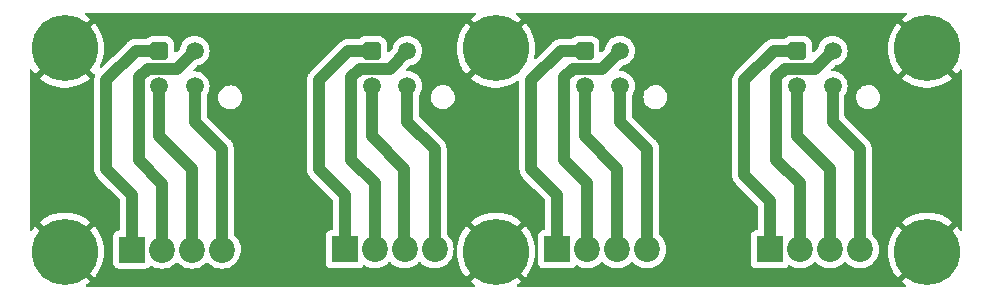
<source format=gbr>
%TF.GenerationSoftware,KiCad,Pcbnew,(6.0.4-0)*%
%TF.CreationDate,2022-07-20T14:53:48+12:00*%
%TF.ProjectId,motor-connector,6d6f746f-722d-4636-9f6e-6e6563746f72,rev?*%
%TF.SameCoordinates,PX6516e80PY5a995c0*%
%TF.FileFunction,Copper,L2,Bot*%
%TF.FilePolarity,Positive*%
%FSLAX46Y46*%
G04 Gerber Fmt 4.6, Leading zero omitted, Abs format (unit mm)*
G04 Created by KiCad (PCBNEW (6.0.4-0)) date 2022-07-20 14:53:48*
%MOMM*%
%LPD*%
G01*
G04 APERTURE LIST*
G04 Aperture macros list*
%AMRoundRect*
0 Rectangle with rounded corners*
0 $1 Rounding radius*
0 $2 $3 $4 $5 $6 $7 $8 $9 X,Y pos of 4 corners*
0 Add a 4 corners polygon primitive as box body*
4,1,4,$2,$3,$4,$5,$6,$7,$8,$9,$2,$3,0*
0 Add four circle primitives for the rounded corners*
1,1,$1+$1,$2,$3*
1,1,$1+$1,$4,$5*
1,1,$1+$1,$6,$7*
1,1,$1+$1,$8,$9*
0 Add four rect primitives between the rounded corners*
20,1,$1+$1,$2,$3,$4,$5,0*
20,1,$1+$1,$4,$5,$6,$7,0*
20,1,$1+$1,$6,$7,$8,$9,0*
20,1,$1+$1,$8,$9,$2,$3,0*%
G04 Aperture macros list end*
%TA.AperFunction,ComponentPad*%
%ADD10C,5.600000*%
%TD*%
%TA.AperFunction,ComponentPad*%
%ADD11RoundRect,0.250001X-0.499999X-0.499999X0.499999X-0.499999X0.499999X0.499999X-0.499999X0.499999X0*%
%TD*%
%TA.AperFunction,ComponentPad*%
%ADD12C,1.500000*%
%TD*%
%TA.AperFunction,ComponentPad*%
%ADD13R,2.200000X2.200000*%
%TD*%
%TA.AperFunction,ComponentPad*%
%ADD14C,2.200000*%
%TD*%
%TA.AperFunction,Conductor*%
%ADD15C,1.000000*%
%TD*%
G04 APERTURE END LIST*
D10*
%TO.P,H6,1,1*%
%TO.N,GND*%
X10000000Y9800000D03*
%TD*%
%TO.P,H5,1,1*%
%TO.N,GND*%
X46500000Y9800000D03*
%TD*%
%TO.P,H4,1,1*%
%TO.N,GND*%
X83000000Y9800000D03*
%TD*%
%TO.P,H3,1,1*%
%TO.N,GND*%
X83000000Y27000000D03*
%TD*%
%TO.P,H2,1,1*%
%TO.N,GND*%
X46500000Y27000000D03*
%TD*%
%TO.P,H1,1,1*%
%TO.N,GND*%
X10000000Y27000000D03*
%TD*%
D11*
%TO.P,J7,1,Pin_1*%
%TO.N,Net-(J7-Pad1)*%
X72000000Y26815000D03*
D12*
%TO.P,J7,2,Pin_2*%
%TO.N,Net-(J7-Pad2)*%
X75000000Y26815000D03*
%TO.P,J7,3,Pin_3*%
%TO.N,Net-(J7-Pad3)*%
X72000000Y23815000D03*
%TO.P,J7,4,Pin_4*%
%TO.N,Net-(J7-Pad4)*%
X75000000Y23815000D03*
%TD*%
D11*
%TO.P,J5,1,Pin_1*%
%TO.N,Net-(J5-Pad1)*%
X54000000Y26815000D03*
D12*
%TO.P,J5,2,Pin_2*%
%TO.N,Net-(J5-Pad2)*%
X57000000Y26815000D03*
%TO.P,J5,3,Pin_3*%
%TO.N,Net-(J5-Pad3)*%
X54000000Y23815000D03*
%TO.P,J5,4,Pin_4*%
%TO.N,Net-(J5-Pad4)*%
X57000000Y23815000D03*
%TD*%
D11*
%TO.P,J3,1,Pin_1*%
%TO.N,Net-(J3-Pad1)*%
X36000000Y26815000D03*
D12*
%TO.P,J3,2,Pin_2*%
%TO.N,Net-(J3-Pad2)*%
X39000000Y26815000D03*
%TO.P,J3,3,Pin_3*%
%TO.N,Net-(J3-Pad3)*%
X36000000Y23815000D03*
%TO.P,J3,4,Pin_4*%
%TO.N,Net-(J3-Pad4)*%
X39000000Y23815000D03*
%TD*%
D13*
%TO.P,J8,1,Pin_1*%
%TO.N,Net-(J7-Pad1)*%
X69685000Y10000000D03*
D14*
%TO.P,J8,2,Pin_2*%
%TO.N,Net-(J7-Pad2)*%
X72225000Y10000000D03*
%TO.P,J8,3,Pin_3*%
%TO.N,Net-(J7-Pad3)*%
X74765000Y10000000D03*
%TO.P,J8,4,Pin_4*%
%TO.N,Net-(J7-Pad4)*%
X77305000Y10000000D03*
%TD*%
D13*
%TO.P,J6,1,Pin_1*%
%TO.N,Net-(J5-Pad1)*%
X51685000Y10000000D03*
D14*
%TO.P,J6,2,Pin_2*%
%TO.N,Net-(J5-Pad2)*%
X54225000Y10000000D03*
%TO.P,J6,3,Pin_3*%
%TO.N,Net-(J5-Pad3)*%
X56765000Y10000000D03*
%TO.P,J6,4,Pin_4*%
%TO.N,Net-(J5-Pad4)*%
X59305000Y10000000D03*
%TD*%
D13*
%TO.P,J4,1,Pin_1*%
%TO.N,Net-(J3-Pad1)*%
X33685000Y10000000D03*
D14*
%TO.P,J4,2,Pin_2*%
%TO.N,Net-(J3-Pad2)*%
X36225000Y10000000D03*
%TO.P,J4,3,Pin_3*%
%TO.N,Net-(J3-Pad3)*%
X38765000Y10000000D03*
%TO.P,J4,4,Pin_4*%
%TO.N,Net-(J3-Pad4)*%
X41305000Y10000000D03*
%TD*%
D13*
%TO.P,J2,1,Pin_1*%
%TO.N,Net-(J1-Pad1)*%
X15685000Y9977500D03*
D14*
%TO.P,J2,2,Pin_2*%
%TO.N,Net-(J1-Pad2)*%
X18225000Y9977500D03*
%TO.P,J2,3,Pin_3*%
%TO.N,Net-(J1-Pad3)*%
X20765000Y9977500D03*
%TO.P,J2,4,Pin_4*%
%TO.N,Net-(J1-Pad4)*%
X23305000Y9977500D03*
%TD*%
D11*
%TO.P,J1,1,Pin_1*%
%TO.N,Net-(J1-Pad1)*%
X18000000Y26800000D03*
D12*
%TO.P,J1,2,Pin_2*%
%TO.N,Net-(J1-Pad2)*%
X21000000Y26800000D03*
%TO.P,J1,3,Pin_3*%
%TO.N,Net-(J1-Pad3)*%
X18000000Y23800000D03*
%TO.P,J1,4,Pin_4*%
%TO.N,Net-(J1-Pad4)*%
X21000000Y23800000D03*
%TD*%
D15*
%TO.N,Net-(J1-Pad1)*%
X18000000Y26800000D02*
X16000000Y26800000D01*
X16000000Y26800000D02*
X13500000Y24300000D01*
X13500000Y16800000D02*
X15685000Y14615000D01*
X13500000Y24300000D02*
X13500000Y16800000D01*
X15685000Y14615000D02*
X15685000Y9977500D01*
%TO.N,Net-(J7-Pad1)*%
X72000000Y26800000D02*
X70000000Y26800000D01*
X70000000Y26800000D02*
X67500000Y24300000D01*
X69685000Y14115000D02*
X69685000Y9977500D01*
X67500000Y24300000D02*
X67500000Y16300000D01*
X67500000Y16300000D02*
X69685000Y14115000D01*
%TO.N,Net-(J5-Pad1)*%
X54000000Y26800000D02*
X52000000Y26800000D01*
X52000000Y26800000D02*
X49500000Y24300000D01*
X51685000Y14615000D02*
X51685000Y9977500D01*
X49500000Y24300000D02*
X49500000Y16800000D01*
X49500000Y16800000D02*
X51685000Y14615000D01*
%TO.N,Net-(J3-Pad1)*%
X36000000Y26800000D02*
X34000000Y26800000D01*
X34000000Y26800000D02*
X31500000Y24300000D01*
X31500000Y24300000D02*
X31500000Y16800000D01*
X31500000Y16800000D02*
X33685000Y14615000D01*
X33685000Y14615000D02*
X33685000Y9977500D01*
%TO.N,Net-(J3-Pad3)*%
X36000000Y23800000D02*
X36000000Y19550000D01*
X36000000Y19550000D02*
X38750000Y16800000D01*
X38750000Y16800000D02*
X38750000Y9992500D01*
%TO.N,Net-(J3-Pad2)*%
X39000000Y26800000D02*
X37500000Y25300000D01*
X37500000Y25300000D02*
X35000000Y25300000D01*
X34250000Y24550000D02*
X34250000Y17550000D01*
X36225000Y15575000D02*
X36225000Y9977500D01*
X35000000Y25300000D02*
X34250000Y24550000D01*
X34250000Y17550000D02*
X36225000Y15575000D01*
%TO.N,Net-(J5-Pad2)*%
X57000000Y26800000D02*
X55500000Y25300000D01*
X55500000Y25300000D02*
X53000000Y25300000D01*
X53000000Y25300000D02*
X52250000Y24550000D01*
X52250000Y24550000D02*
X52250000Y17550000D01*
X52250000Y17550000D02*
X54225000Y15575000D01*
X54225000Y15575000D02*
X54225000Y9977500D01*
%TO.N,Net-(J7-Pad2)*%
X75000000Y26800000D02*
X73500000Y25300000D01*
X73500000Y25300000D02*
X71000000Y25300000D01*
X71000000Y25300000D02*
X70250000Y24550000D01*
X70250000Y24550000D02*
X70250000Y17550000D01*
X70250000Y17550000D02*
X72225000Y15575000D01*
X72225000Y15575000D02*
X72225000Y9977500D01*
%TO.N,Net-(J7-Pad4)*%
X75000000Y20800000D02*
X77305000Y18495000D01*
X77305000Y18495000D02*
X77305000Y9977500D01*
%TO.N,Net-(J7-Pad3)*%
X74765000Y16785000D02*
X74765000Y9977500D01*
%TO.N,Net-(J7-Pad4)*%
X75000000Y23800000D02*
X75000000Y20800000D01*
%TO.N,Net-(J7-Pad3)*%
X72000000Y19550000D02*
X74765000Y16785000D01*
X72000000Y23800000D02*
X72000000Y19550000D01*
%TO.N,Net-(J5-Pad3)*%
X56765000Y16785000D02*
X56765000Y9977500D01*
%TO.N,Net-(J5-Pad4)*%
X57000000Y23800000D02*
X57000000Y20800000D01*
X57000000Y20800000D02*
X59305000Y18495000D01*
X59305000Y18495000D02*
X59305000Y9977500D01*
%TO.N,Net-(J5-Pad3)*%
X54000000Y23800000D02*
X54000000Y19550000D01*
X54000000Y19550000D02*
X56765000Y16785000D01*
%TO.N,Net-(J3-Pad4)*%
X39000000Y20800000D02*
X41305000Y18495000D01*
X41305000Y18495000D02*
X41305000Y9977500D01*
X39000000Y23800000D02*
X39000000Y20800000D01*
%TO.N,Net-(J1-Pad4)*%
X21000000Y23800000D02*
X21000000Y20800000D01*
X21000000Y20800000D02*
X23305000Y18495000D01*
X23305000Y18495000D02*
X23305000Y9977500D01*
%TO.N,Net-(J1-Pad3)*%
X18000000Y23800000D02*
X18000000Y19550000D01*
X18000000Y19550000D02*
X20765000Y16785000D01*
X20765000Y16785000D02*
X20765000Y9977500D01*
%TO.N,Net-(J1-Pad2)*%
X16250000Y17550000D02*
X18250000Y15550000D01*
X21000000Y26800000D02*
X19500000Y25300000D01*
X19500000Y25300000D02*
X17000000Y25300000D01*
X16250000Y24550000D02*
X16250000Y17550000D01*
X17000000Y25300000D02*
X16250000Y24550000D01*
X18250000Y15550000D02*
X18225000Y15525000D01*
X18225000Y15525000D02*
X18225000Y9977500D01*
%TD*%
%TA.AperFunction,Conductor*%
%TO.N,GND*%
G36*
X44752643Y30021498D02*
G01*
X44799136Y29967842D01*
X44809240Y29897568D01*
X44779746Y29832988D01*
X44749228Y29807384D01*
X44650401Y29748237D01*
X44644755Y29744429D01*
X44364408Y29532404D01*
X44359211Y29528013D01*
X44357972Y29526845D01*
X44349950Y29513138D01*
X44349986Y29512296D01*
X44355037Y29504174D01*
X46487190Y27372020D01*
X46501131Y27364408D01*
X46502966Y27364539D01*
X46509580Y27368790D01*
X48642798Y29502009D01*
X48650412Y29515953D01*
X48650344Y29516911D01*
X48645836Y29523728D01*
X48644418Y29524935D01*
X48364813Y29737936D01*
X48359182Y29741763D01*
X48250026Y29807611D01*
X48202029Y29859924D01*
X48189934Y29929883D01*
X48217581Y29995275D01*
X48276193Y30035339D01*
X48315110Y30041500D01*
X81184522Y30041500D01*
X81252643Y30021498D01*
X81299136Y29967842D01*
X81309240Y29897568D01*
X81279746Y29832988D01*
X81249228Y29807384D01*
X81150401Y29748237D01*
X81144755Y29744429D01*
X80864408Y29532404D01*
X80859211Y29528013D01*
X80857972Y29526845D01*
X80849950Y29513138D01*
X80849986Y29512296D01*
X80855037Y29504174D01*
X83000000Y27359210D01*
X85499011Y24860200D01*
X85512605Y24852777D01*
X85522217Y24859477D01*
X85622518Y24976088D01*
X85626676Y24981486D01*
X85761660Y25177890D01*
X85816728Y25222701D01*
X85887281Y25230626D01*
X85950919Y25199150D01*
X85987436Y25138265D01*
X85991500Y25106523D01*
X85991500Y11692849D01*
X85971498Y11624728D01*
X85917842Y11578235D01*
X85847568Y11568131D01*
X85782988Y11597625D01*
X85761164Y11622208D01*
X85640697Y11800138D01*
X85636590Y11805547D01*
X85523565Y11938821D01*
X85510740Y11947257D01*
X85500416Y11941205D01*
X83000000Y9440790D01*
X80856772Y7297561D01*
X80849160Y7283620D01*
X80849238Y7282530D01*
X80851699Y7278793D01*
X81125632Y7068596D01*
X81131262Y7064741D01*
X81168398Y7042162D01*
X81216213Y6989681D01*
X81228065Y6919681D01*
X81200189Y6854385D01*
X81141438Y6814526D01*
X81102939Y6808500D01*
X48400142Y6808500D01*
X48332021Y6828502D01*
X48285528Y6882158D01*
X48275424Y6952432D01*
X48304918Y7017012D01*
X48335816Y7042843D01*
X48339999Y7045326D01*
X48345659Y7049116D01*
X48626732Y7260151D01*
X48631958Y7264536D01*
X48641613Y7273572D01*
X48649682Y7287250D01*
X48649654Y7287976D01*
X48644512Y7296277D01*
X46512810Y9427980D01*
X46498869Y9435592D01*
X46497034Y9435461D01*
X46490420Y9431210D01*
X44356774Y7297563D01*
X44349160Y7283619D01*
X44349237Y7282530D01*
X44351698Y7278794D01*
X44625632Y7068596D01*
X44631262Y7064741D01*
X44668398Y7042162D01*
X44716213Y6989681D01*
X44728065Y6919681D01*
X44700189Y6854385D01*
X44641438Y6814526D01*
X44602939Y6808500D01*
X11900142Y6808500D01*
X11832021Y6828502D01*
X11785528Y6882158D01*
X11775424Y6952432D01*
X11804918Y7017012D01*
X11835816Y7042843D01*
X11839999Y7045326D01*
X11845659Y7049116D01*
X12126732Y7260151D01*
X12131958Y7264536D01*
X12141613Y7273572D01*
X12149682Y7287250D01*
X12149654Y7287976D01*
X12144512Y7296277D01*
X9641921Y9798869D01*
X10364408Y9798869D01*
X10364539Y9797034D01*
X10368790Y9790420D01*
X12499009Y7660202D01*
X12512605Y7652777D01*
X12522218Y7659478D01*
X12622518Y7776088D01*
X12626676Y7781486D01*
X12825762Y8071160D01*
X12829310Y8076971D01*
X12995942Y8386441D01*
X12998849Y8392619D01*
X13131090Y8718287D01*
X13133304Y8724717D01*
X13229598Y9062763D01*
X13231105Y9069393D01*
X13290332Y9415882D01*
X13291112Y9422622D01*
X13312668Y9775075D01*
X13312784Y9778677D01*
X13312853Y9798181D01*
X13312761Y9801806D01*
X13293666Y10154385D01*
X13292931Y10161151D01*
X13236130Y10508015D01*
X13234663Y10514687D01*
X13140736Y10853373D01*
X13138562Y10859837D01*
X13008598Y11186422D01*
X13005742Y11192602D01*
X12841269Y11503237D01*
X12837769Y11509063D01*
X12640697Y11800138D01*
X12636590Y11805547D01*
X12523565Y11938821D01*
X12510740Y11947257D01*
X12500416Y11941205D01*
X10372020Y9812810D01*
X10364408Y9798869D01*
X9641921Y9798869D01*
X9640790Y9800000D01*
X7500990Y11939799D01*
X7487456Y11947189D01*
X7477754Y11940402D01*
X7370430Y11814743D01*
X7366296Y11809336D01*
X7238589Y11622124D01*
X7183677Y11577121D01*
X7113152Y11568950D01*
X7049405Y11600204D01*
X7012675Y11660961D01*
X7008500Y11693128D01*
X7008500Y12313138D01*
X7849950Y12313138D01*
X7849986Y12312296D01*
X7855037Y12304174D01*
X9987190Y10172020D01*
X10001131Y10164408D01*
X10002966Y10164539D01*
X10009580Y10168790D01*
X12142798Y12302009D01*
X12150412Y12315953D01*
X12150344Y12316911D01*
X12145836Y12323728D01*
X12144418Y12324935D01*
X11864813Y12537936D01*
X11859187Y12541760D01*
X11558214Y12723319D01*
X11552202Y12726516D01*
X11233370Y12874513D01*
X11227070Y12877033D01*
X10894129Y12989727D01*
X10887551Y12991563D01*
X10544417Y13067633D01*
X10537678Y13068749D01*
X10188310Y13107320D01*
X10181529Y13107699D01*
X9830015Y13108313D01*
X9823242Y13107958D01*
X9473720Y13070605D01*
X9467010Y13069518D01*
X9123586Y12994639D01*
X9117011Y12992828D01*
X8783683Y12881298D01*
X8777361Y12878795D01*
X8458034Y12731921D01*
X8451991Y12728735D01*
X8150401Y12548237D01*
X8144755Y12544429D01*
X7864408Y12332404D01*
X7859211Y12328013D01*
X7857972Y12326845D01*
X7849950Y12313138D01*
X7008500Y12313138D01*
X7008500Y24483619D01*
X7849160Y24483619D01*
X7849237Y24482530D01*
X7851698Y24478794D01*
X8125632Y24268596D01*
X8131262Y24264741D01*
X8431591Y24082138D01*
X8437593Y24078920D01*
X8755897Y23929816D01*
X8762202Y23927268D01*
X9094743Y23813413D01*
X9101313Y23811554D01*
X9444183Y23734286D01*
X9450912Y23733147D01*
X9800143Y23693357D01*
X9806933Y23692954D01*
X10158419Y23691114D01*
X10165220Y23691446D01*
X10514853Y23727577D01*
X10521581Y23728643D01*
X10865274Y23802324D01*
X10871822Y23804103D01*
X11205549Y23914473D01*
X11211891Y23916959D01*
X11531718Y24062712D01*
X11537777Y24065879D01*
X11839995Y24245324D01*
X11845659Y24249116D01*
X12126732Y24460151D01*
X12131958Y24464536D01*
X12141613Y24473572D01*
X12149682Y24487250D01*
X12149654Y24487976D01*
X12144512Y24496277D01*
X10012810Y26627980D01*
X9998869Y26635592D01*
X9997034Y26635461D01*
X9990420Y26631210D01*
X7856774Y24497563D01*
X7849160Y24483619D01*
X7008500Y24483619D01*
X7008500Y25107359D01*
X7028502Y25175480D01*
X7082158Y25221973D01*
X7152432Y25232077D01*
X7217012Y25202583D01*
X7239082Y25177635D01*
X7352330Y25009104D01*
X7356433Y25003660D01*
X7476425Y24861164D01*
X7489164Y24852721D01*
X7499608Y24858819D01*
X9639659Y26998869D01*
X10364408Y26998869D01*
X10364539Y26997034D01*
X10368790Y26990420D01*
X12499012Y24860199D01*
X12511258Y24853512D01*
X12561460Y24803309D01*
X12576550Y24733935D01*
X12568146Y24699317D01*
X12568558Y24699186D01*
X12568325Y24698452D01*
X12567171Y24695299D01*
X12566832Y24693901D01*
X12564438Y24689437D01*
X12537238Y24600469D01*
X12536918Y24599441D01*
X12508765Y24510694D01*
X12508171Y24505398D01*
X12506613Y24500302D01*
X12499384Y24429131D01*
X12497218Y24407813D01*
X12497089Y24406607D01*
X12491500Y24356773D01*
X12491500Y24353246D01*
X12491445Y24352261D01*
X12490998Y24346581D01*
X12489615Y24332965D01*
X12487392Y24311075D01*
X12486626Y24303538D01*
X12488220Y24286676D01*
X12490941Y24257891D01*
X12491500Y24246033D01*
X12491500Y16861843D01*
X12490763Y16848236D01*
X12486676Y16810612D01*
X12487213Y16804477D01*
X12491050Y16760612D01*
X12491379Y16755786D01*
X12491500Y16753314D01*
X12491500Y16750231D01*
X12491801Y16747163D01*
X12495690Y16707494D01*
X12495812Y16706181D01*
X12503913Y16613587D01*
X12505400Y16608468D01*
X12505920Y16603167D01*
X12532791Y16514166D01*
X12533126Y16513033D01*
X12559091Y16423664D01*
X12561544Y16418932D01*
X12563084Y16413831D01*
X12565978Y16408388D01*
X12606731Y16331740D01*
X12607343Y16330574D01*
X12641079Y16265492D01*
X12650108Y16248074D01*
X12653431Y16243911D01*
X12655934Y16239204D01*
X12714755Y16167082D01*
X12715446Y16166226D01*
X12746738Y16127027D01*
X12749242Y16124523D01*
X12749884Y16123805D01*
X12753585Y16119472D01*
X12780935Y16085938D01*
X12785682Y16082011D01*
X12785684Y16082009D01*
X12816262Y16056713D01*
X12825042Y16048723D01*
X13741907Y15131859D01*
X14639595Y14234171D01*
X14673620Y14171859D01*
X14676500Y14145076D01*
X14676500Y11712000D01*
X14656498Y11643879D01*
X14602842Y11597386D01*
X14550500Y11586000D01*
X14536866Y11586000D01*
X14474684Y11579245D01*
X14338295Y11528115D01*
X14221739Y11440761D01*
X14134385Y11324205D01*
X14083255Y11187816D01*
X14076500Y11125634D01*
X14076500Y8829366D01*
X14083255Y8767184D01*
X14134385Y8630795D01*
X14221739Y8514239D01*
X14338295Y8426885D01*
X14474684Y8375755D01*
X14536866Y8369000D01*
X16833134Y8369000D01*
X16895316Y8375755D01*
X17031705Y8426885D01*
X17148261Y8514239D01*
X17200954Y8584546D01*
X17257813Y8627060D01*
X17328631Y8632085D01*
X17367615Y8616413D01*
X17492498Y8539884D01*
X17497068Y8537991D01*
X17497072Y8537989D01*
X17721836Y8444889D01*
X17726409Y8442995D01*
X17793513Y8426885D01*
X17967784Y8385046D01*
X17967790Y8385045D01*
X17972597Y8383891D01*
X18225000Y8364026D01*
X18477403Y8383891D01*
X18482210Y8385045D01*
X18482216Y8385046D01*
X18656487Y8426885D01*
X18723591Y8442995D01*
X18728164Y8444889D01*
X18952928Y8537989D01*
X18952932Y8537991D01*
X18957502Y8539884D01*
X19173376Y8672172D01*
X19365898Y8836602D01*
X19369106Y8840358D01*
X19369113Y8840365D01*
X19399190Y8875580D01*
X19458641Y8914389D01*
X19529635Y8914895D01*
X19590810Y8875580D01*
X19620887Y8840365D01*
X19620894Y8840358D01*
X19624102Y8836602D01*
X19816624Y8672172D01*
X20032498Y8539884D01*
X20037068Y8537991D01*
X20037072Y8537989D01*
X20261836Y8444889D01*
X20266409Y8442995D01*
X20333513Y8426885D01*
X20507784Y8385046D01*
X20507790Y8385045D01*
X20512597Y8383891D01*
X20765000Y8364026D01*
X21017403Y8383891D01*
X21022210Y8385045D01*
X21022216Y8385046D01*
X21196487Y8426885D01*
X21263591Y8442995D01*
X21268164Y8444889D01*
X21492928Y8537989D01*
X21492932Y8537991D01*
X21497502Y8539884D01*
X21713376Y8672172D01*
X21905898Y8836602D01*
X21909106Y8840358D01*
X21909113Y8840365D01*
X21939190Y8875580D01*
X21998641Y8914389D01*
X22069635Y8914895D01*
X22130810Y8875580D01*
X22160887Y8840365D01*
X22160894Y8840358D01*
X22164102Y8836602D01*
X22356624Y8672172D01*
X22572498Y8539884D01*
X22577068Y8537991D01*
X22577072Y8537989D01*
X22801836Y8444889D01*
X22806409Y8442995D01*
X22873513Y8426885D01*
X23047784Y8385046D01*
X23047790Y8385045D01*
X23052597Y8383891D01*
X23305000Y8364026D01*
X23557403Y8383891D01*
X23562210Y8385045D01*
X23562216Y8385046D01*
X23736487Y8426885D01*
X23803591Y8442995D01*
X23808164Y8444889D01*
X24032928Y8537989D01*
X24032932Y8537991D01*
X24037502Y8539884D01*
X24253376Y8672172D01*
X24445898Y8836602D01*
X24610328Y9029124D01*
X24742616Y9244998D01*
X24753831Y9272072D01*
X24837611Y9474336D01*
X24837612Y9474338D01*
X24839505Y9478909D01*
X24898609Y9725097D01*
X24918474Y9977500D01*
X24898609Y10229903D01*
X24893208Y10252403D01*
X24840660Y10471279D01*
X24839505Y10476091D01*
X24837611Y10480664D01*
X24744511Y10705428D01*
X24744509Y10705432D01*
X24742616Y10710002D01*
X24610328Y10925876D01*
X24445898Y11118398D01*
X24357669Y11193753D01*
X24318860Y11253204D01*
X24313500Y11289564D01*
X24313500Y18433158D01*
X24314237Y18446765D01*
X24317659Y18478263D01*
X24317659Y18478268D01*
X24318324Y18484389D01*
X24313950Y18534391D01*
X24313621Y18539216D01*
X24313500Y18541687D01*
X24313500Y18544769D01*
X24309309Y18587511D01*
X24309187Y18588826D01*
X24301623Y18675281D01*
X24301087Y18681413D01*
X24299600Y18686532D01*
X24299080Y18691833D01*
X24272218Y18780806D01*
X24271862Y18782006D01*
X24245909Y18871337D01*
X24243455Y18876071D01*
X24241916Y18881169D01*
X24198316Y18963169D01*
X24197702Y18964337D01*
X24157726Y19041459D01*
X24157725Y19041460D01*
X24154892Y19046926D01*
X24151569Y19051089D01*
X24149066Y19055796D01*
X24090245Y19127918D01*
X24089554Y19128774D01*
X24058262Y19167973D01*
X24055758Y19170477D01*
X24055116Y19171195D01*
X24051415Y19175528D01*
X24024065Y19209062D01*
X23988737Y19238288D01*
X23979958Y19246277D01*
X22045405Y21180829D01*
X22011380Y21243141D01*
X22008500Y21269924D01*
X22008500Y22867075D01*
X22986645Y22867075D01*
X22987204Y22860935D01*
X23003911Y22677358D01*
X23004570Y22670112D01*
X23060410Y22480381D01*
X23063263Y22474923D01*
X23063265Y22474919D01*
X23110720Y22384147D01*
X23152040Y22305110D01*
X23275968Y22150975D01*
X23280692Y22147011D01*
X23287933Y22140935D01*
X23427474Y22023846D01*
X23432872Y22020879D01*
X23432877Y22020875D01*
X23568107Y21946533D01*
X23600787Y21928567D01*
X23606654Y21926706D01*
X23606656Y21926705D01*
X23752883Y21880319D01*
X23789306Y21868765D01*
X23943227Y21851500D01*
X24049769Y21851500D01*
X24052825Y21851800D01*
X24052832Y21851800D01*
X24120945Y21858479D01*
X24196833Y21865920D01*
X24202734Y21867702D01*
X24202736Y21867702D01*
X24291183Y21894406D01*
X24386169Y21923084D01*
X24560796Y22015934D01*
X24647062Y22086291D01*
X24709287Y22137040D01*
X24709290Y22137043D01*
X24714062Y22140935D01*
X24738753Y22170781D01*
X24836201Y22288575D01*
X24836203Y22288579D01*
X24840130Y22293325D01*
X24934198Y22467299D01*
X24992682Y22656232D01*
X24994786Y22676251D01*
X25012711Y22846796D01*
X25012711Y22846798D01*
X25013355Y22852925D01*
X24995430Y23049888D01*
X24991016Y23064888D01*
X24956151Y23183347D01*
X24939590Y23239619D01*
X24934840Y23248706D01*
X24869737Y23373235D01*
X24847960Y23414890D01*
X24724032Y23569025D01*
X24717727Y23574316D01*
X24578532Y23691114D01*
X24572526Y23696154D01*
X24567128Y23699121D01*
X24567123Y23699125D01*
X24404608Y23788467D01*
X24404609Y23788467D01*
X24399213Y23791433D01*
X24393346Y23793294D01*
X24393344Y23793295D01*
X24216564Y23849373D01*
X24216563Y23849373D01*
X24210694Y23851235D01*
X24056773Y23868500D01*
X23950231Y23868500D01*
X23947175Y23868200D01*
X23947168Y23868200D01*
X23888660Y23862463D01*
X23803167Y23854080D01*
X23797266Y23852298D01*
X23797264Y23852298D01*
X23723947Y23830162D01*
X23613831Y23796916D01*
X23439204Y23704066D01*
X23352938Y23633709D01*
X23290713Y23582960D01*
X23290710Y23582957D01*
X23285938Y23579065D01*
X23282011Y23574318D01*
X23282009Y23574316D01*
X23163799Y23431425D01*
X23163797Y23431421D01*
X23159870Y23426675D01*
X23065802Y23252701D01*
X23007318Y23063768D01*
X23006674Y23057643D01*
X23006674Y23057642D01*
X22987380Y22874065D01*
X22986645Y22867075D01*
X22008500Y22867075D01*
X22008500Y23006433D01*
X22031287Y23078703D01*
X22047516Y23101880D01*
X22094056Y23168347D01*
X22103374Y23188328D01*
X22184795Y23362939D01*
X22187120Y23367924D01*
X22244115Y23580629D01*
X22263307Y23800000D01*
X22244115Y24019371D01*
X22187120Y24232076D01*
X22153797Y24303538D01*
X30486626Y24303538D01*
X30488220Y24286676D01*
X30490941Y24257891D01*
X30491500Y24246033D01*
X30491500Y16861843D01*
X30490763Y16848236D01*
X30486676Y16810612D01*
X30487213Y16804477D01*
X30491050Y16760612D01*
X30491379Y16755786D01*
X30491500Y16753314D01*
X30491500Y16750231D01*
X30491801Y16747163D01*
X30495690Y16707494D01*
X30495812Y16706181D01*
X30503913Y16613587D01*
X30505400Y16608468D01*
X30505920Y16603167D01*
X30532791Y16514166D01*
X30533126Y16513033D01*
X30559091Y16423664D01*
X30561544Y16418932D01*
X30563084Y16413831D01*
X30565978Y16408388D01*
X30606731Y16331740D01*
X30607343Y16330574D01*
X30641079Y16265492D01*
X30650108Y16248074D01*
X30653431Y16243911D01*
X30655934Y16239204D01*
X30714755Y16167082D01*
X30715446Y16166226D01*
X30746738Y16127027D01*
X30749242Y16124523D01*
X30749884Y16123805D01*
X30753585Y16119472D01*
X30780935Y16085938D01*
X30785682Y16082011D01*
X30785684Y16082009D01*
X30816262Y16056713D01*
X30825042Y16048723D01*
X31741907Y15131859D01*
X32639595Y14234171D01*
X32673620Y14171859D01*
X32676500Y14145076D01*
X32676500Y11734500D01*
X32656498Y11666379D01*
X32602842Y11619886D01*
X32550500Y11608500D01*
X32536866Y11608500D01*
X32474684Y11601745D01*
X32338295Y11550615D01*
X32221739Y11463261D01*
X32134385Y11346705D01*
X32083255Y11210316D01*
X32076500Y11148134D01*
X32076500Y8851866D01*
X32083255Y8789684D01*
X32134385Y8653295D01*
X32221739Y8536739D01*
X32338295Y8449385D01*
X32474684Y8398255D01*
X32536866Y8391500D01*
X34833134Y8391500D01*
X34895316Y8398255D01*
X35031705Y8449385D01*
X35148261Y8536739D01*
X35200954Y8607046D01*
X35257813Y8649560D01*
X35328631Y8654585D01*
X35367614Y8638913D01*
X35392588Y8623609D01*
X35492498Y8562384D01*
X35497068Y8560491D01*
X35497072Y8560489D01*
X35608730Y8514239D01*
X35726409Y8465495D01*
X35793513Y8449385D01*
X35967784Y8407546D01*
X35967790Y8407545D01*
X35972597Y8406391D01*
X36225000Y8386526D01*
X36477403Y8406391D01*
X36482210Y8407545D01*
X36482216Y8407546D01*
X36656487Y8449385D01*
X36723591Y8465495D01*
X36841270Y8514239D01*
X36952928Y8560489D01*
X36952932Y8560491D01*
X36957502Y8562384D01*
X37173376Y8694672D01*
X37365898Y8859102D01*
X37369106Y8862858D01*
X37369113Y8862865D01*
X37399190Y8898080D01*
X37458641Y8936889D01*
X37529635Y8937395D01*
X37590810Y8898080D01*
X37620887Y8862865D01*
X37620894Y8862858D01*
X37624102Y8859102D01*
X37816624Y8694672D01*
X38032498Y8562384D01*
X38037068Y8560491D01*
X38037072Y8560489D01*
X38148730Y8514239D01*
X38266409Y8465495D01*
X38333513Y8449385D01*
X38507784Y8407546D01*
X38507790Y8407545D01*
X38512597Y8406391D01*
X38765000Y8386526D01*
X39017403Y8406391D01*
X39022210Y8407545D01*
X39022216Y8407546D01*
X39196487Y8449385D01*
X39263591Y8465495D01*
X39381270Y8514239D01*
X39492928Y8560489D01*
X39492932Y8560491D01*
X39497502Y8562384D01*
X39713376Y8694672D01*
X39905898Y8859102D01*
X39909106Y8862858D01*
X39909113Y8862865D01*
X39939190Y8898080D01*
X39998641Y8936889D01*
X40069635Y8937395D01*
X40130810Y8898080D01*
X40160887Y8862865D01*
X40160894Y8862858D01*
X40164102Y8859102D01*
X40356624Y8694672D01*
X40572498Y8562384D01*
X40577068Y8560491D01*
X40577072Y8560489D01*
X40688730Y8514239D01*
X40806409Y8465495D01*
X40873513Y8449385D01*
X41047784Y8407546D01*
X41047790Y8407545D01*
X41052597Y8406391D01*
X41305000Y8386526D01*
X41557403Y8406391D01*
X41562210Y8407545D01*
X41562216Y8407546D01*
X41736487Y8449385D01*
X41803591Y8465495D01*
X41921270Y8514239D01*
X42032928Y8560489D01*
X42032932Y8560491D01*
X42037502Y8562384D01*
X42253376Y8694672D01*
X42445898Y8859102D01*
X42610328Y9051624D01*
X42742616Y9267498D01*
X42806871Y9422622D01*
X42837611Y9496836D01*
X42837612Y9496838D01*
X42839505Y9501409D01*
X42892052Y9720284D01*
X42897454Y9742784D01*
X42897455Y9742790D01*
X42898609Y9747597D01*
X42903376Y9808168D01*
X43187333Y9808168D01*
X43205117Y9457107D01*
X43205827Y9450351D01*
X43261420Y9103277D01*
X43262859Y9096622D01*
X43355608Y8757590D01*
X43357757Y8751129D01*
X43486581Y8424088D01*
X43489412Y8417905D01*
X43652803Y8106690D01*
X43656286Y8100848D01*
X43852330Y7809104D01*
X43856433Y7803660D01*
X43976425Y7661164D01*
X43989164Y7652721D01*
X43999608Y7658819D01*
X46127980Y9787190D01*
X46134357Y9798869D01*
X46864408Y9798869D01*
X46864539Y9797034D01*
X46868790Y9790420D01*
X48999009Y7660202D01*
X49012605Y7652777D01*
X49022218Y7659478D01*
X49122518Y7776088D01*
X49126676Y7781486D01*
X49325762Y8071160D01*
X49329310Y8076971D01*
X49495942Y8386441D01*
X49498849Y8392619D01*
X49631090Y8718287D01*
X49633304Y8724717D01*
X49729598Y9062763D01*
X49731105Y9069393D01*
X49790332Y9415882D01*
X49791112Y9422622D01*
X49812668Y9775075D01*
X49812784Y9778677D01*
X49812853Y9798181D01*
X49812761Y9801806D01*
X49793666Y10154385D01*
X49792931Y10161151D01*
X49736130Y10508015D01*
X49734663Y10514687D01*
X49640736Y10853373D01*
X49638562Y10859837D01*
X49508598Y11186422D01*
X49505742Y11192602D01*
X49341269Y11503237D01*
X49337769Y11509063D01*
X49140697Y11800138D01*
X49136590Y11805547D01*
X49023565Y11938821D01*
X49010740Y11947257D01*
X49000416Y11941205D01*
X46872020Y9812810D01*
X46864408Y9798869D01*
X46134357Y9798869D01*
X46135592Y9801131D01*
X46135461Y9802966D01*
X46131210Y9809580D01*
X44000992Y11939797D01*
X43987455Y11947189D01*
X43977753Y11940401D01*
X43870430Y11814743D01*
X43866296Y11809336D01*
X43668215Y11518959D01*
X43664697Y11513149D01*
X43499134Y11203078D01*
X43496259Y11196913D01*
X43365155Y10870782D01*
X43362962Y10864342D01*
X43267846Y10525956D01*
X43266363Y10519321D01*
X43208350Y10172646D01*
X43207591Y10165874D01*
X43187357Y9814963D01*
X43187333Y9808168D01*
X42903376Y9808168D01*
X42918474Y10000000D01*
X42898609Y10252403D01*
X42839505Y10498591D01*
X42837611Y10503164D01*
X42744511Y10727928D01*
X42744509Y10727932D01*
X42742616Y10732502D01*
X42610328Y10948376D01*
X42445898Y11140898D01*
X42400163Y11179960D01*
X42357669Y11216253D01*
X42318860Y11275704D01*
X42313500Y11312064D01*
X42313500Y12313138D01*
X44349950Y12313138D01*
X44349986Y12312296D01*
X44355037Y12304174D01*
X46487190Y10172020D01*
X46501131Y10164408D01*
X46502966Y10164539D01*
X46509580Y10168790D01*
X48642798Y12302009D01*
X48650412Y12315953D01*
X48650344Y12316911D01*
X48645836Y12323728D01*
X48644418Y12324935D01*
X48364813Y12537936D01*
X48359187Y12541760D01*
X48058214Y12723319D01*
X48052202Y12726516D01*
X47733370Y12874513D01*
X47727070Y12877033D01*
X47394129Y12989727D01*
X47387551Y12991563D01*
X47044417Y13067633D01*
X47037678Y13068749D01*
X46688310Y13107320D01*
X46681529Y13107699D01*
X46330015Y13108313D01*
X46323242Y13107958D01*
X45973720Y13070605D01*
X45967010Y13069518D01*
X45623586Y12994639D01*
X45617011Y12992828D01*
X45283683Y12881298D01*
X45277361Y12878795D01*
X44958034Y12731921D01*
X44951991Y12728735D01*
X44650401Y12548237D01*
X44644755Y12544429D01*
X44364408Y12332404D01*
X44359211Y12328013D01*
X44357972Y12326845D01*
X44349950Y12313138D01*
X42313500Y12313138D01*
X42313500Y18433158D01*
X42314237Y18446765D01*
X42317659Y18478263D01*
X42317659Y18478268D01*
X42318324Y18484389D01*
X42313950Y18534391D01*
X42313621Y18539216D01*
X42313500Y18541687D01*
X42313500Y18544769D01*
X42309309Y18587511D01*
X42309187Y18588826D01*
X42301623Y18675281D01*
X42301087Y18681413D01*
X42299600Y18686532D01*
X42299080Y18691833D01*
X42272218Y18780806D01*
X42271862Y18782006D01*
X42245909Y18871337D01*
X42243455Y18876071D01*
X42241916Y18881169D01*
X42198316Y18963169D01*
X42197702Y18964337D01*
X42157726Y19041459D01*
X42157725Y19041460D01*
X42154892Y19046926D01*
X42151569Y19051089D01*
X42149066Y19055796D01*
X42090245Y19127918D01*
X42089554Y19128774D01*
X42058262Y19167973D01*
X42055758Y19170477D01*
X42055116Y19171195D01*
X42051415Y19175528D01*
X42024065Y19209062D01*
X41988737Y19238288D01*
X41979958Y19246277D01*
X40045405Y21180829D01*
X40011380Y21243141D01*
X40008500Y21269924D01*
X40008500Y22882075D01*
X40986645Y22882075D01*
X41004570Y22685112D01*
X41006308Y22679206D01*
X41006309Y22679202D01*
X41037249Y22574076D01*
X41060410Y22495381D01*
X41063263Y22489923D01*
X41063265Y22489919D01*
X41071107Y22474919D01*
X41152040Y22320110D01*
X41275968Y22165975D01*
X41280692Y22162011D01*
X41287933Y22155935D01*
X41427474Y22038846D01*
X41432872Y22035879D01*
X41432877Y22035875D01*
X41576180Y21957095D01*
X41600787Y21943567D01*
X41606654Y21941706D01*
X41606656Y21941705D01*
X41719884Y21905787D01*
X41789306Y21883765D01*
X41943227Y21866500D01*
X42049769Y21866500D01*
X42052825Y21866800D01*
X42052832Y21866800D01*
X42111340Y21872537D01*
X42196833Y21880920D01*
X42202734Y21882702D01*
X42202736Y21882702D01*
X42294485Y21910403D01*
X42386169Y21938084D01*
X42560796Y22030934D01*
X42647062Y22101291D01*
X42709287Y22152040D01*
X42709290Y22152043D01*
X42714062Y22155935D01*
X42726344Y22170781D01*
X42836201Y22303575D01*
X42836203Y22303579D01*
X42840130Y22308325D01*
X42934198Y22482299D01*
X42992682Y22671232D01*
X43011134Y22846796D01*
X43012711Y22861796D01*
X43012711Y22861798D01*
X43013355Y22867925D01*
X42997354Y23043749D01*
X42995989Y23058749D01*
X42995988Y23058752D01*
X42995430Y23064888D01*
X42986950Y23093703D01*
X42945745Y23233706D01*
X42939590Y23254619D01*
X42929919Y23273119D01*
X42853290Y23419694D01*
X42847960Y23429890D01*
X42724032Y23584025D01*
X42717727Y23589316D01*
X42701334Y23603071D01*
X42572526Y23711154D01*
X42567128Y23714121D01*
X42567123Y23714125D01*
X42404608Y23803467D01*
X42404609Y23803467D01*
X42399213Y23806433D01*
X42393346Y23808294D01*
X42393344Y23808295D01*
X42216564Y23864373D01*
X42216563Y23864373D01*
X42210694Y23866235D01*
X42056773Y23883500D01*
X41950231Y23883500D01*
X41947175Y23883200D01*
X41947168Y23883200D01*
X41888660Y23877463D01*
X41803167Y23869080D01*
X41797266Y23867298D01*
X41797264Y23867298D01*
X41737894Y23849373D01*
X41613831Y23811916D01*
X41439204Y23719066D01*
X41405339Y23691446D01*
X41290713Y23597960D01*
X41290710Y23597957D01*
X41285938Y23594065D01*
X41282011Y23589318D01*
X41282009Y23589316D01*
X41163799Y23446425D01*
X41163797Y23446421D01*
X41159870Y23441675D01*
X41065802Y23267701D01*
X41007318Y23078768D01*
X41006674Y23072643D01*
X41006674Y23072642D01*
X41004283Y23049888D01*
X40986645Y22882075D01*
X40008500Y22882075D01*
X40008500Y23021433D01*
X40031287Y23093703D01*
X40080398Y23163842D01*
X40094056Y23183347D01*
X40187120Y23382924D01*
X40244115Y23595629D01*
X40263307Y23815000D01*
X40244115Y24034371D01*
X40187120Y24247076D01*
X40122067Y24386584D01*
X40096382Y24441666D01*
X40096379Y24441671D01*
X40094056Y24446653D01*
X40075207Y24473572D01*
X40068171Y24483620D01*
X44349160Y24483620D01*
X44349238Y24482530D01*
X44351699Y24478793D01*
X44625632Y24268596D01*
X44631262Y24264741D01*
X44931591Y24082138D01*
X44937593Y24078920D01*
X45255897Y23929816D01*
X45262202Y23927268D01*
X45594743Y23813413D01*
X45601313Y23811554D01*
X45944183Y23734286D01*
X45950912Y23733147D01*
X46300143Y23693357D01*
X46306933Y23692954D01*
X46658419Y23691114D01*
X46665220Y23691446D01*
X47014853Y23727577D01*
X47021581Y23728643D01*
X47365274Y23802324D01*
X47371822Y23804103D01*
X47705549Y23914473D01*
X47711891Y23916959D01*
X48031718Y24062712D01*
X48037777Y24065879D01*
X48301171Y24222272D01*
X48369957Y24239852D01*
X48437328Y24217453D01*
X48481893Y24162186D01*
X48491500Y24113931D01*
X48491500Y16861843D01*
X48490763Y16848236D01*
X48486676Y16810612D01*
X48487213Y16804477D01*
X48491050Y16760612D01*
X48491379Y16755786D01*
X48491500Y16753314D01*
X48491500Y16750231D01*
X48491801Y16747163D01*
X48495690Y16707494D01*
X48495812Y16706181D01*
X48503913Y16613587D01*
X48505400Y16608468D01*
X48505920Y16603167D01*
X48532791Y16514166D01*
X48533126Y16513033D01*
X48559091Y16423664D01*
X48561544Y16418932D01*
X48563084Y16413831D01*
X48565978Y16408388D01*
X48606731Y16331740D01*
X48607343Y16330574D01*
X48641079Y16265492D01*
X48650108Y16248074D01*
X48653431Y16243911D01*
X48655934Y16239204D01*
X48714755Y16167082D01*
X48715446Y16166226D01*
X48746738Y16127027D01*
X48749242Y16124523D01*
X48749884Y16123805D01*
X48753585Y16119472D01*
X48780935Y16085938D01*
X48785682Y16082011D01*
X48785684Y16082009D01*
X48816262Y16056713D01*
X48825042Y16048723D01*
X49741907Y15131859D01*
X50639595Y14234171D01*
X50673620Y14171859D01*
X50676500Y14145076D01*
X50676500Y11734500D01*
X50656498Y11666379D01*
X50602842Y11619886D01*
X50550500Y11608500D01*
X50536866Y11608500D01*
X50474684Y11601745D01*
X50338295Y11550615D01*
X50221739Y11463261D01*
X50134385Y11346705D01*
X50083255Y11210316D01*
X50076500Y11148134D01*
X50076500Y8851866D01*
X50083255Y8789684D01*
X50134385Y8653295D01*
X50221739Y8536739D01*
X50338295Y8449385D01*
X50474684Y8398255D01*
X50536866Y8391500D01*
X52833134Y8391500D01*
X52895316Y8398255D01*
X53031705Y8449385D01*
X53148261Y8536739D01*
X53200954Y8607046D01*
X53257813Y8649560D01*
X53328631Y8654585D01*
X53367614Y8638913D01*
X53392588Y8623609D01*
X53492498Y8562384D01*
X53497068Y8560491D01*
X53497072Y8560489D01*
X53608730Y8514239D01*
X53726409Y8465495D01*
X53793513Y8449385D01*
X53967784Y8407546D01*
X53967790Y8407545D01*
X53972597Y8406391D01*
X54225000Y8386526D01*
X54477403Y8406391D01*
X54482210Y8407545D01*
X54482216Y8407546D01*
X54656487Y8449385D01*
X54723591Y8465495D01*
X54841270Y8514239D01*
X54952928Y8560489D01*
X54952932Y8560491D01*
X54957502Y8562384D01*
X55173376Y8694672D01*
X55365898Y8859102D01*
X55369106Y8862858D01*
X55369113Y8862865D01*
X55399190Y8898080D01*
X55458641Y8936889D01*
X55529635Y8937395D01*
X55590810Y8898080D01*
X55620887Y8862865D01*
X55620894Y8862858D01*
X55624102Y8859102D01*
X55816624Y8694672D01*
X56032498Y8562384D01*
X56037068Y8560491D01*
X56037072Y8560489D01*
X56148730Y8514239D01*
X56266409Y8465495D01*
X56333513Y8449385D01*
X56507784Y8407546D01*
X56507790Y8407545D01*
X56512597Y8406391D01*
X56765000Y8386526D01*
X57017403Y8406391D01*
X57022210Y8407545D01*
X57022216Y8407546D01*
X57196487Y8449385D01*
X57263591Y8465495D01*
X57381270Y8514239D01*
X57492928Y8560489D01*
X57492932Y8560491D01*
X57497502Y8562384D01*
X57713376Y8694672D01*
X57905898Y8859102D01*
X57909106Y8862858D01*
X57909113Y8862865D01*
X57939190Y8898080D01*
X57998641Y8936889D01*
X58069635Y8937395D01*
X58130810Y8898080D01*
X58160887Y8862865D01*
X58160894Y8862858D01*
X58164102Y8859102D01*
X58356624Y8694672D01*
X58572498Y8562384D01*
X58577068Y8560491D01*
X58577072Y8560489D01*
X58688730Y8514239D01*
X58806409Y8465495D01*
X58873513Y8449385D01*
X59047784Y8407546D01*
X59047790Y8407545D01*
X59052597Y8406391D01*
X59305000Y8386526D01*
X59557403Y8406391D01*
X59562210Y8407545D01*
X59562216Y8407546D01*
X59736487Y8449385D01*
X59803591Y8465495D01*
X59921270Y8514239D01*
X60032928Y8560489D01*
X60032932Y8560491D01*
X60037502Y8562384D01*
X60253376Y8694672D01*
X60445898Y8859102D01*
X60610328Y9051624D01*
X60742616Y9267498D01*
X60806871Y9422622D01*
X60837611Y9496836D01*
X60837612Y9496838D01*
X60839505Y9501409D01*
X60892052Y9720284D01*
X60897454Y9742784D01*
X60897455Y9742790D01*
X60898609Y9747597D01*
X60918474Y10000000D01*
X60898609Y10252403D01*
X60839505Y10498591D01*
X60837611Y10503164D01*
X60744511Y10727928D01*
X60744509Y10727932D01*
X60742616Y10732502D01*
X60610328Y10948376D01*
X60445898Y11140898D01*
X60400163Y11179960D01*
X60357669Y11216253D01*
X60318860Y11275704D01*
X60313500Y11312064D01*
X60313500Y18433158D01*
X60314237Y18446765D01*
X60317659Y18478263D01*
X60317659Y18478268D01*
X60318324Y18484389D01*
X60313950Y18534391D01*
X60313621Y18539216D01*
X60313500Y18541687D01*
X60313500Y18544769D01*
X60309309Y18587511D01*
X60309187Y18588826D01*
X60301623Y18675281D01*
X60301087Y18681413D01*
X60299600Y18686532D01*
X60299080Y18691833D01*
X60272218Y18780806D01*
X60271862Y18782006D01*
X60245909Y18871337D01*
X60243455Y18876071D01*
X60241916Y18881169D01*
X60198316Y18963169D01*
X60197702Y18964337D01*
X60157726Y19041459D01*
X60157725Y19041460D01*
X60154892Y19046926D01*
X60151569Y19051089D01*
X60149066Y19055796D01*
X60090245Y19127918D01*
X60089554Y19128774D01*
X60058262Y19167973D01*
X60055758Y19170477D01*
X60055116Y19171195D01*
X60051415Y19175528D01*
X60024065Y19209062D01*
X59988737Y19238288D01*
X59979958Y19246277D01*
X58045405Y21180829D01*
X58011380Y21243141D01*
X58008500Y21269924D01*
X58008500Y22882075D01*
X58986645Y22882075D01*
X59004570Y22685112D01*
X59006308Y22679206D01*
X59006309Y22679202D01*
X59037249Y22574076D01*
X59060410Y22495381D01*
X59063263Y22489923D01*
X59063265Y22489919D01*
X59071107Y22474919D01*
X59152040Y22320110D01*
X59275968Y22165975D01*
X59280692Y22162011D01*
X59287933Y22155935D01*
X59427474Y22038846D01*
X59432872Y22035879D01*
X59432877Y22035875D01*
X59576180Y21957095D01*
X59600787Y21943567D01*
X59606654Y21941706D01*
X59606656Y21941705D01*
X59719884Y21905787D01*
X59789306Y21883765D01*
X59943227Y21866500D01*
X60049769Y21866500D01*
X60052825Y21866800D01*
X60052832Y21866800D01*
X60111340Y21872537D01*
X60196833Y21880920D01*
X60202734Y21882702D01*
X60202736Y21882702D01*
X60294485Y21910403D01*
X60386169Y21938084D01*
X60560796Y22030934D01*
X60647062Y22101291D01*
X60709287Y22152040D01*
X60709290Y22152043D01*
X60714062Y22155935D01*
X60726344Y22170781D01*
X60836201Y22303575D01*
X60836203Y22303579D01*
X60840130Y22308325D01*
X60934198Y22482299D01*
X60992682Y22671232D01*
X61011134Y22846796D01*
X61012711Y22861796D01*
X61012711Y22861798D01*
X61013355Y22867925D01*
X60997354Y23043749D01*
X60995989Y23058749D01*
X60995988Y23058752D01*
X60995430Y23064888D01*
X60986950Y23093703D01*
X60945745Y23233706D01*
X60939590Y23254619D01*
X60929919Y23273119D01*
X60853290Y23419694D01*
X60847960Y23429890D01*
X60724032Y23584025D01*
X60717727Y23589316D01*
X60701334Y23603071D01*
X60572526Y23711154D01*
X60567128Y23714121D01*
X60567123Y23714125D01*
X60404608Y23803467D01*
X60404609Y23803467D01*
X60399213Y23806433D01*
X60393346Y23808294D01*
X60393344Y23808295D01*
X60216564Y23864373D01*
X60216563Y23864373D01*
X60210694Y23866235D01*
X60056773Y23883500D01*
X59950231Y23883500D01*
X59947175Y23883200D01*
X59947168Y23883200D01*
X59888660Y23877463D01*
X59803167Y23869080D01*
X59797266Y23867298D01*
X59797264Y23867298D01*
X59737894Y23849373D01*
X59613831Y23811916D01*
X59439204Y23719066D01*
X59405339Y23691446D01*
X59290713Y23597960D01*
X59290710Y23597957D01*
X59285938Y23594065D01*
X59282011Y23589318D01*
X59282009Y23589316D01*
X59163799Y23446425D01*
X59163797Y23446421D01*
X59159870Y23441675D01*
X59065802Y23267701D01*
X59007318Y23078768D01*
X59006674Y23072643D01*
X59006674Y23072642D01*
X59004283Y23049888D01*
X58986645Y22882075D01*
X58008500Y22882075D01*
X58008500Y23021433D01*
X58031287Y23093703D01*
X58080398Y23163842D01*
X58094056Y23183347D01*
X58187120Y23382924D01*
X58244115Y23595629D01*
X58263307Y23815000D01*
X58244115Y24034371D01*
X58187120Y24247076D01*
X58160792Y24303538D01*
X66486626Y24303538D01*
X66488220Y24286676D01*
X66490941Y24257891D01*
X66491500Y24246033D01*
X66491500Y16361843D01*
X66490763Y16348236D01*
X66487511Y16318297D01*
X66486676Y16310612D01*
X66487213Y16304477D01*
X66491050Y16260612D01*
X66491379Y16255786D01*
X66491500Y16253314D01*
X66491500Y16250231D01*
X66491801Y16247163D01*
X66495690Y16207494D01*
X66495812Y16206181D01*
X66503913Y16113587D01*
X66505400Y16108468D01*
X66505920Y16103167D01*
X66532791Y16014166D01*
X66533126Y16013033D01*
X66557313Y15929785D01*
X66559091Y15923664D01*
X66561544Y15918932D01*
X66563084Y15913831D01*
X66565978Y15908388D01*
X66606731Y15831740D01*
X66607343Y15830574D01*
X66637280Y15772821D01*
X66650108Y15748074D01*
X66653431Y15743911D01*
X66655934Y15739204D01*
X66714755Y15667082D01*
X66715446Y15666226D01*
X66746738Y15627027D01*
X66749242Y15624523D01*
X66749884Y15623805D01*
X66753585Y15619472D01*
X66780935Y15585938D01*
X66785682Y15582011D01*
X66785684Y15582009D01*
X66816262Y15556713D01*
X66825042Y15548723D01*
X68639595Y13734171D01*
X68673620Y13671859D01*
X68676500Y13645076D01*
X68676500Y11734500D01*
X68656498Y11666379D01*
X68602842Y11619886D01*
X68550500Y11608500D01*
X68536866Y11608500D01*
X68474684Y11601745D01*
X68338295Y11550615D01*
X68221739Y11463261D01*
X68134385Y11346705D01*
X68083255Y11210316D01*
X68076500Y11148134D01*
X68076500Y8851866D01*
X68083255Y8789684D01*
X68134385Y8653295D01*
X68221739Y8536739D01*
X68338295Y8449385D01*
X68474684Y8398255D01*
X68536866Y8391500D01*
X70833134Y8391500D01*
X70895316Y8398255D01*
X71031705Y8449385D01*
X71148261Y8536739D01*
X71200954Y8607046D01*
X71257813Y8649560D01*
X71328631Y8654585D01*
X71367614Y8638913D01*
X71392588Y8623609D01*
X71492498Y8562384D01*
X71497068Y8560491D01*
X71497072Y8560489D01*
X71608730Y8514239D01*
X71726409Y8465495D01*
X71793513Y8449385D01*
X71967784Y8407546D01*
X71967790Y8407545D01*
X71972597Y8406391D01*
X72225000Y8386526D01*
X72477403Y8406391D01*
X72482210Y8407545D01*
X72482216Y8407546D01*
X72656487Y8449385D01*
X72723591Y8465495D01*
X72841270Y8514239D01*
X72952928Y8560489D01*
X72952932Y8560491D01*
X72957502Y8562384D01*
X73173376Y8694672D01*
X73365898Y8859102D01*
X73369106Y8862858D01*
X73369113Y8862865D01*
X73399190Y8898080D01*
X73458641Y8936889D01*
X73529635Y8937395D01*
X73590810Y8898080D01*
X73620887Y8862865D01*
X73620894Y8862858D01*
X73624102Y8859102D01*
X73816624Y8694672D01*
X74032498Y8562384D01*
X74037068Y8560491D01*
X74037072Y8560489D01*
X74148730Y8514239D01*
X74266409Y8465495D01*
X74333513Y8449385D01*
X74507784Y8407546D01*
X74507790Y8407545D01*
X74512597Y8406391D01*
X74765000Y8386526D01*
X75017403Y8406391D01*
X75022210Y8407545D01*
X75022216Y8407546D01*
X75196487Y8449385D01*
X75263591Y8465495D01*
X75381270Y8514239D01*
X75492928Y8560489D01*
X75492932Y8560491D01*
X75497502Y8562384D01*
X75713376Y8694672D01*
X75905898Y8859102D01*
X75909106Y8862858D01*
X75909113Y8862865D01*
X75939190Y8898080D01*
X75998641Y8936889D01*
X76069635Y8937395D01*
X76130810Y8898080D01*
X76160887Y8862865D01*
X76160894Y8862858D01*
X76164102Y8859102D01*
X76356624Y8694672D01*
X76572498Y8562384D01*
X76577068Y8560491D01*
X76577072Y8560489D01*
X76688730Y8514239D01*
X76806409Y8465495D01*
X76873513Y8449385D01*
X77047784Y8407546D01*
X77047790Y8407545D01*
X77052597Y8406391D01*
X77305000Y8386526D01*
X77557403Y8406391D01*
X77562210Y8407545D01*
X77562216Y8407546D01*
X77736487Y8449385D01*
X77803591Y8465495D01*
X77921270Y8514239D01*
X78032928Y8560489D01*
X78032932Y8560491D01*
X78037502Y8562384D01*
X78253376Y8694672D01*
X78445898Y8859102D01*
X78610328Y9051624D01*
X78742616Y9267498D01*
X78806871Y9422622D01*
X78837611Y9496836D01*
X78837612Y9496838D01*
X78839505Y9501409D01*
X78892052Y9720284D01*
X78897454Y9742784D01*
X78897455Y9742790D01*
X78898609Y9747597D01*
X78903376Y9808168D01*
X79687333Y9808168D01*
X79705117Y9457107D01*
X79705827Y9450351D01*
X79761420Y9103277D01*
X79762859Y9096622D01*
X79855608Y8757590D01*
X79857757Y8751129D01*
X79986581Y8424088D01*
X79989412Y8417905D01*
X80152803Y8106690D01*
X80156286Y8100848D01*
X80352330Y7809104D01*
X80356433Y7803660D01*
X80476425Y7661164D01*
X80489164Y7652721D01*
X80499608Y7658819D01*
X82627980Y9787190D01*
X82635592Y9801131D01*
X82635461Y9802966D01*
X82631210Y9809580D01*
X80500992Y11939797D01*
X80487455Y11947189D01*
X80477753Y11940401D01*
X80370430Y11814743D01*
X80366296Y11809336D01*
X80168215Y11518959D01*
X80164697Y11513149D01*
X79999134Y11203078D01*
X79996259Y11196913D01*
X79865155Y10870782D01*
X79862962Y10864342D01*
X79767846Y10525956D01*
X79766363Y10519321D01*
X79708350Y10172646D01*
X79707591Y10165874D01*
X79687357Y9814963D01*
X79687333Y9808168D01*
X78903376Y9808168D01*
X78918474Y10000000D01*
X78898609Y10252403D01*
X78839505Y10498591D01*
X78837611Y10503164D01*
X78744511Y10727928D01*
X78744509Y10727932D01*
X78742616Y10732502D01*
X78610328Y10948376D01*
X78445898Y11140898D01*
X78400163Y11179960D01*
X78357669Y11216253D01*
X78318860Y11275704D01*
X78313500Y11312064D01*
X78313500Y12313138D01*
X80849950Y12313138D01*
X80849986Y12312296D01*
X80855037Y12304174D01*
X82987190Y10172020D01*
X83001131Y10164408D01*
X83002966Y10164539D01*
X83009580Y10168790D01*
X85142798Y12302009D01*
X85150412Y12315953D01*
X85150344Y12316911D01*
X85145836Y12323728D01*
X85144418Y12324935D01*
X84864813Y12537936D01*
X84859187Y12541760D01*
X84558214Y12723319D01*
X84552202Y12726516D01*
X84233370Y12874513D01*
X84227070Y12877033D01*
X83894129Y12989727D01*
X83887551Y12991563D01*
X83544417Y13067633D01*
X83537678Y13068749D01*
X83188310Y13107320D01*
X83181529Y13107699D01*
X82830015Y13108313D01*
X82823242Y13107958D01*
X82473720Y13070605D01*
X82467010Y13069518D01*
X82123586Y12994639D01*
X82117011Y12992828D01*
X81783683Y12881298D01*
X81777361Y12878795D01*
X81458034Y12731921D01*
X81451991Y12728735D01*
X81150401Y12548237D01*
X81144755Y12544429D01*
X80864408Y12332404D01*
X80859211Y12328013D01*
X80857972Y12326845D01*
X80849950Y12313138D01*
X78313500Y12313138D01*
X78313500Y18433158D01*
X78314237Y18446765D01*
X78317659Y18478263D01*
X78317659Y18478268D01*
X78318324Y18484389D01*
X78313950Y18534391D01*
X78313621Y18539216D01*
X78313500Y18541687D01*
X78313500Y18544769D01*
X78309309Y18587511D01*
X78309187Y18588826D01*
X78301623Y18675281D01*
X78301087Y18681413D01*
X78299600Y18686532D01*
X78299080Y18691833D01*
X78272218Y18780806D01*
X78271862Y18782006D01*
X78245909Y18871337D01*
X78243455Y18876071D01*
X78241916Y18881169D01*
X78198316Y18963169D01*
X78197702Y18964337D01*
X78157726Y19041459D01*
X78157725Y19041460D01*
X78154892Y19046926D01*
X78151569Y19051089D01*
X78149066Y19055796D01*
X78090245Y19127918D01*
X78089554Y19128774D01*
X78058262Y19167973D01*
X78055758Y19170477D01*
X78055116Y19171195D01*
X78051415Y19175528D01*
X78024065Y19209062D01*
X77988737Y19238288D01*
X77979958Y19246277D01*
X76045405Y21180829D01*
X76011380Y21243141D01*
X76008500Y21269924D01*
X76008500Y22882075D01*
X76986645Y22882075D01*
X77004570Y22685112D01*
X77006308Y22679206D01*
X77006309Y22679202D01*
X77037249Y22574076D01*
X77060410Y22495381D01*
X77063263Y22489923D01*
X77063265Y22489919D01*
X77071107Y22474919D01*
X77152040Y22320110D01*
X77275968Y22165975D01*
X77280692Y22162011D01*
X77287933Y22155935D01*
X77427474Y22038846D01*
X77432872Y22035879D01*
X77432877Y22035875D01*
X77576180Y21957095D01*
X77600787Y21943567D01*
X77606654Y21941706D01*
X77606656Y21941705D01*
X77719884Y21905787D01*
X77789306Y21883765D01*
X77943227Y21866500D01*
X78049769Y21866500D01*
X78052825Y21866800D01*
X78052832Y21866800D01*
X78111340Y21872537D01*
X78196833Y21880920D01*
X78202734Y21882702D01*
X78202736Y21882702D01*
X78294485Y21910403D01*
X78386169Y21938084D01*
X78560796Y22030934D01*
X78647062Y22101291D01*
X78709287Y22152040D01*
X78709290Y22152043D01*
X78714062Y22155935D01*
X78726344Y22170781D01*
X78836201Y22303575D01*
X78836203Y22303579D01*
X78840130Y22308325D01*
X78934198Y22482299D01*
X78992682Y22671232D01*
X79011134Y22846796D01*
X79012711Y22861796D01*
X79012711Y22861798D01*
X79013355Y22867925D01*
X78997354Y23043749D01*
X78995989Y23058749D01*
X78995988Y23058752D01*
X78995430Y23064888D01*
X78986950Y23093703D01*
X78945745Y23233706D01*
X78939590Y23254619D01*
X78929919Y23273119D01*
X78853290Y23419694D01*
X78847960Y23429890D01*
X78724032Y23584025D01*
X78717727Y23589316D01*
X78701334Y23603071D01*
X78572526Y23711154D01*
X78567128Y23714121D01*
X78567123Y23714125D01*
X78404608Y23803467D01*
X78404609Y23803467D01*
X78399213Y23806433D01*
X78393346Y23808294D01*
X78393344Y23808295D01*
X78216564Y23864373D01*
X78216563Y23864373D01*
X78210694Y23866235D01*
X78056773Y23883500D01*
X77950231Y23883500D01*
X77947175Y23883200D01*
X77947168Y23883200D01*
X77888660Y23877463D01*
X77803167Y23869080D01*
X77797266Y23867298D01*
X77797264Y23867298D01*
X77737894Y23849373D01*
X77613831Y23811916D01*
X77439204Y23719066D01*
X77405339Y23691446D01*
X77290713Y23597960D01*
X77290710Y23597957D01*
X77285938Y23594065D01*
X77282011Y23589318D01*
X77282009Y23589316D01*
X77163799Y23446425D01*
X77163797Y23446421D01*
X77159870Y23441675D01*
X77065802Y23267701D01*
X77007318Y23078768D01*
X77006674Y23072643D01*
X77006674Y23072642D01*
X77004283Y23049888D01*
X76986645Y22882075D01*
X76008500Y22882075D01*
X76008500Y23021433D01*
X76031287Y23093703D01*
X76080398Y23163842D01*
X76094056Y23183347D01*
X76187120Y23382924D01*
X76244115Y23595629D01*
X76263307Y23815000D01*
X76244115Y24034371D01*
X76187120Y24247076D01*
X76122067Y24386584D01*
X76096382Y24441666D01*
X76096379Y24441671D01*
X76094056Y24446653D01*
X76075207Y24473572D01*
X76068172Y24483619D01*
X80849160Y24483619D01*
X80849237Y24482530D01*
X80851698Y24478794D01*
X81125632Y24268596D01*
X81131262Y24264741D01*
X81431591Y24082138D01*
X81437593Y24078920D01*
X81755897Y23929816D01*
X81762202Y23927268D01*
X82094743Y23813413D01*
X82101313Y23811554D01*
X82444183Y23734286D01*
X82450912Y23733147D01*
X82800143Y23693357D01*
X82806933Y23692954D01*
X83158419Y23691114D01*
X83165220Y23691446D01*
X83514853Y23727577D01*
X83521581Y23728643D01*
X83865274Y23802324D01*
X83871822Y23804103D01*
X84205549Y23914473D01*
X84211891Y23916959D01*
X84531718Y24062712D01*
X84537777Y24065879D01*
X84839995Y24245324D01*
X84845659Y24249116D01*
X85126732Y24460151D01*
X85131958Y24464536D01*
X85141613Y24473572D01*
X85149682Y24487250D01*
X85149654Y24487976D01*
X85144512Y24496277D01*
X83012810Y26627980D01*
X82998869Y26635592D01*
X82997034Y26635461D01*
X82990420Y26631210D01*
X80856774Y24497563D01*
X80849160Y24483619D01*
X76068172Y24483619D01*
X75970908Y24622527D01*
X75970906Y24622530D01*
X75967749Y24627038D01*
X75812038Y24782749D01*
X75782676Y24803309D01*
X75712028Y24852777D01*
X75631654Y24909056D01*
X75432076Y25002120D01*
X75219371Y25059115D01*
X75000000Y25078307D01*
X75000166Y25080202D01*
X74940131Y25097830D01*
X74893638Y25151486D01*
X74883534Y25221760D01*
X74913028Y25286340D01*
X74919157Y25292923D01*
X75165100Y25538866D01*
X75221582Y25571477D01*
X75432076Y25627880D01*
X75631654Y25720944D01*
X75732759Y25791739D01*
X75807527Y25844092D01*
X75807529Y25844094D01*
X75812038Y25847251D01*
X75967749Y26002962D01*
X76062999Y26138992D01*
X76090899Y26178838D01*
X76090900Y26178840D01*
X76094056Y26183347D01*
X76096379Y26188329D01*
X76096382Y26188334D01*
X76149980Y26303277D01*
X76187120Y26382924D01*
X76244115Y26595629D01*
X76263307Y26815000D01*
X76246407Y27008168D01*
X79687333Y27008168D01*
X79705117Y26657107D01*
X79705827Y26650351D01*
X79761420Y26303277D01*
X79762859Y26296622D01*
X79855608Y25957590D01*
X79857757Y25951129D01*
X79986581Y25624088D01*
X79989412Y25617905D01*
X80152803Y25306690D01*
X80156286Y25300848D01*
X80352330Y25009104D01*
X80356433Y25003660D01*
X80476425Y24861164D01*
X80489164Y24852721D01*
X80499608Y24858819D01*
X82627980Y26987190D01*
X82635592Y27001131D01*
X82635461Y27002966D01*
X82631210Y27009580D01*
X80500992Y29139797D01*
X80487455Y29147189D01*
X80477753Y29140401D01*
X80370430Y29014743D01*
X80366296Y29009336D01*
X80168215Y28718959D01*
X80164697Y28713149D01*
X79999134Y28403078D01*
X79996259Y28396913D01*
X79865155Y28070782D01*
X79862962Y28064342D01*
X79767846Y27725956D01*
X79766363Y27719321D01*
X79708350Y27372646D01*
X79707591Y27365874D01*
X79687357Y27014963D01*
X79687333Y27008168D01*
X76246407Y27008168D01*
X76244115Y27034371D01*
X76187120Y27247076D01*
X76128566Y27372646D01*
X76096382Y27441666D01*
X76096379Y27441671D01*
X76094056Y27446653D01*
X76024215Y27546396D01*
X75970908Y27622527D01*
X75970906Y27622530D01*
X75967749Y27627038D01*
X75812038Y27782749D01*
X75805472Y27787347D01*
X75732759Y27838261D01*
X75631654Y27909056D01*
X75432076Y28002120D01*
X75219371Y28059115D01*
X75000000Y28078307D01*
X74780629Y28059115D01*
X74567924Y28002120D01*
X74508530Y27974424D01*
X74373334Y27911382D01*
X74373329Y27911379D01*
X74368347Y27909056D01*
X74363840Y27905900D01*
X74363838Y27905899D01*
X74192473Y27785908D01*
X74192470Y27785906D01*
X74187962Y27782749D01*
X74032251Y27627038D01*
X74029094Y27622530D01*
X74029092Y27622527D01*
X73975785Y27546396D01*
X73905944Y27446653D01*
X73903621Y27441671D01*
X73903618Y27441666D01*
X73871434Y27372646D01*
X73812880Y27247076D01*
X73755885Y27034371D01*
X73755406Y27028894D01*
X73755405Y27028887D01*
X73754872Y27022793D01*
X73729007Y26956675D01*
X73718448Y26944683D01*
X73553701Y26779935D01*
X73473596Y26699830D01*
X73411283Y26665805D01*
X73340468Y26670869D01*
X73283632Y26713416D01*
X73258821Y26779936D01*
X73258500Y26788925D01*
X73258500Y27365400D01*
X73250587Y27441666D01*
X73248238Y27464307D01*
X73248237Y27464311D01*
X73247526Y27471165D01*
X73244858Y27479164D01*
X73196554Y27623945D01*
X73191550Y27638945D01*
X73098478Y27789348D01*
X72973303Y27914305D01*
X72967072Y27918146D01*
X72828968Y28003275D01*
X72828966Y28003276D01*
X72822738Y28007115D01*
X72709742Y28044594D01*
X72661389Y28060632D01*
X72661387Y28060632D01*
X72654861Y28062797D01*
X72648025Y28063497D01*
X72648022Y28063498D01*
X72604969Y28067909D01*
X72550400Y28073500D01*
X71449600Y28073500D01*
X71446354Y28073163D01*
X71446350Y28073163D01*
X71350693Y28063238D01*
X71350689Y28063237D01*
X71343835Y28062526D01*
X71337299Y28060345D01*
X71337297Y28060345D01*
X71284385Y28042692D01*
X71176055Y28006550D01*
X71025652Y27913478D01*
X71020479Y27908296D01*
X71020474Y27908292D01*
X70957775Y27845483D01*
X70895493Y27811403D01*
X70868602Y27808500D01*
X70061843Y27808500D01*
X70048236Y27809237D01*
X70016738Y27812659D01*
X70016733Y27812659D01*
X70010612Y27813324D01*
X69984362Y27811027D01*
X69960612Y27808950D01*
X69955786Y27808621D01*
X69953314Y27808500D01*
X69950231Y27808500D01*
X69938262Y27807326D01*
X69907494Y27804310D01*
X69906181Y27804188D01*
X69861916Y27800315D01*
X69813587Y27796087D01*
X69808468Y27794600D01*
X69803167Y27794080D01*
X69714166Y27767209D01*
X69713033Y27766874D01*
X69629586Y27742630D01*
X69629582Y27742628D01*
X69623664Y27740909D01*
X69618932Y27738456D01*
X69613831Y27736916D01*
X69608388Y27734022D01*
X69531740Y27693269D01*
X69530574Y27692657D01*
X69490662Y27671968D01*
X69448074Y27649892D01*
X69443911Y27646569D01*
X69439204Y27644066D01*
X69367082Y27585245D01*
X69366226Y27584554D01*
X69327027Y27553262D01*
X69324523Y27550758D01*
X69323805Y27550116D01*
X69319472Y27546415D01*
X69285938Y27519065D01*
X69282011Y27514318D01*
X69282009Y27514316D01*
X69256713Y27483738D01*
X69248723Y27474958D01*
X66830621Y25056855D01*
X66820478Y25047753D01*
X66790975Y25024032D01*
X66773881Y25003660D01*
X66758709Y24985579D01*
X66755528Y24981931D01*
X66753885Y24980119D01*
X66751691Y24977925D01*
X66724358Y24944651D01*
X66723696Y24943853D01*
X66663846Y24872526D01*
X66661278Y24867856D01*
X66657897Y24863739D01*
X66626860Y24805855D01*
X66614023Y24781914D01*
X66613394Y24780755D01*
X66571538Y24704619D01*
X66571535Y24704611D01*
X66568567Y24699213D01*
X66566955Y24694131D01*
X66564438Y24689437D01*
X66537238Y24600469D01*
X66536918Y24599441D01*
X66508765Y24510694D01*
X66508171Y24505398D01*
X66506613Y24500302D01*
X66499384Y24429131D01*
X66497218Y24407813D01*
X66497089Y24406607D01*
X66491500Y24356773D01*
X66491500Y24353246D01*
X66491445Y24352261D01*
X66490998Y24346581D01*
X66489615Y24332965D01*
X66487392Y24311075D01*
X66486626Y24303538D01*
X58160792Y24303538D01*
X58122067Y24386584D01*
X58096382Y24441666D01*
X58096379Y24441671D01*
X58094056Y24446653D01*
X58075207Y24473572D01*
X57970908Y24622527D01*
X57970906Y24622530D01*
X57967749Y24627038D01*
X57812038Y24782749D01*
X57782676Y24803309D01*
X57712028Y24852777D01*
X57631654Y24909056D01*
X57432076Y25002120D01*
X57219371Y25059115D01*
X57000000Y25078307D01*
X57000166Y25080202D01*
X56940131Y25097830D01*
X56893638Y25151486D01*
X56883534Y25221760D01*
X56913028Y25286340D01*
X56919157Y25292923D01*
X57165100Y25538866D01*
X57221582Y25571477D01*
X57432076Y25627880D01*
X57631654Y25720944D01*
X57732759Y25791739D01*
X57807527Y25844092D01*
X57807529Y25844094D01*
X57812038Y25847251D01*
X57967749Y26002962D01*
X58062999Y26138992D01*
X58090899Y26178838D01*
X58090900Y26178840D01*
X58094056Y26183347D01*
X58096379Y26188329D01*
X58096382Y26188334D01*
X58149980Y26303277D01*
X58187120Y26382924D01*
X58244115Y26595629D01*
X58263307Y26815000D01*
X58244115Y27034371D01*
X58187120Y27247076D01*
X58128566Y27372646D01*
X58096382Y27441666D01*
X58096379Y27441671D01*
X58094056Y27446653D01*
X58024215Y27546396D01*
X57970908Y27622527D01*
X57970906Y27622530D01*
X57967749Y27627038D01*
X57812038Y27782749D01*
X57805472Y27787347D01*
X57732759Y27838261D01*
X57631654Y27909056D01*
X57432076Y28002120D01*
X57219371Y28059115D01*
X57000000Y28078307D01*
X56780629Y28059115D01*
X56567924Y28002120D01*
X56508530Y27974424D01*
X56373334Y27911382D01*
X56373329Y27911379D01*
X56368347Y27909056D01*
X56363840Y27905900D01*
X56363838Y27905899D01*
X56192473Y27785908D01*
X56192470Y27785906D01*
X56187962Y27782749D01*
X56032251Y27627038D01*
X56029094Y27622530D01*
X56029092Y27622527D01*
X55975785Y27546396D01*
X55905944Y27446653D01*
X55903621Y27441671D01*
X55903618Y27441666D01*
X55871434Y27372646D01*
X55812880Y27247076D01*
X55755885Y27034371D01*
X55755406Y27028894D01*
X55755405Y27028887D01*
X55754872Y27022793D01*
X55729007Y26956675D01*
X55718448Y26944683D01*
X55553701Y26779935D01*
X55473596Y26699830D01*
X55411283Y26665805D01*
X55340468Y26670869D01*
X55283632Y26713416D01*
X55258821Y26779936D01*
X55258500Y26788925D01*
X55258500Y27365400D01*
X55250587Y27441666D01*
X55248238Y27464307D01*
X55248237Y27464311D01*
X55247526Y27471165D01*
X55244858Y27479164D01*
X55196554Y27623945D01*
X55191550Y27638945D01*
X55098478Y27789348D01*
X54973303Y27914305D01*
X54967072Y27918146D01*
X54828968Y28003275D01*
X54828966Y28003276D01*
X54822738Y28007115D01*
X54709742Y28044594D01*
X54661389Y28060632D01*
X54661387Y28060632D01*
X54654861Y28062797D01*
X54648025Y28063497D01*
X54648022Y28063498D01*
X54604969Y28067909D01*
X54550400Y28073500D01*
X53449600Y28073500D01*
X53446354Y28073163D01*
X53446350Y28073163D01*
X53350693Y28063238D01*
X53350689Y28063237D01*
X53343835Y28062526D01*
X53337299Y28060345D01*
X53337297Y28060345D01*
X53284385Y28042692D01*
X53176055Y28006550D01*
X53025652Y27913478D01*
X53020479Y27908296D01*
X53020474Y27908292D01*
X52957775Y27845483D01*
X52895493Y27811403D01*
X52868602Y27808500D01*
X52061843Y27808500D01*
X52048236Y27809237D01*
X52016738Y27812659D01*
X52016733Y27812659D01*
X52010612Y27813324D01*
X51984362Y27811027D01*
X51960612Y27808950D01*
X51955786Y27808621D01*
X51953314Y27808500D01*
X51950231Y27808500D01*
X51938262Y27807326D01*
X51907494Y27804310D01*
X51906181Y27804188D01*
X51861916Y27800315D01*
X51813587Y27796087D01*
X51808468Y27794600D01*
X51803167Y27794080D01*
X51714166Y27767209D01*
X51713033Y27766874D01*
X51629586Y27742630D01*
X51629582Y27742628D01*
X51623664Y27740909D01*
X51618932Y27738456D01*
X51613831Y27736916D01*
X51608388Y27734022D01*
X51531740Y27693269D01*
X51530574Y27692657D01*
X51490662Y27671968D01*
X51448074Y27649892D01*
X51443911Y27646569D01*
X51439204Y27644066D01*
X51367082Y27585245D01*
X51366226Y27584554D01*
X51327027Y27553262D01*
X51324523Y27550758D01*
X51323805Y27550116D01*
X51319472Y27546415D01*
X51285938Y27519065D01*
X51282011Y27514318D01*
X51282009Y27514316D01*
X51256713Y27483738D01*
X51248723Y27474958D01*
X49946783Y26173018D01*
X49884471Y26138992D01*
X49813656Y26144057D01*
X49756820Y26186604D01*
X49732009Y26253124D01*
X49733489Y26283343D01*
X49790332Y26615882D01*
X49791112Y26622622D01*
X49812668Y26975075D01*
X49812784Y26978677D01*
X49812853Y26998181D01*
X49812761Y27001806D01*
X49793666Y27354385D01*
X49792931Y27361151D01*
X49736130Y27708015D01*
X49734663Y27714687D01*
X49640736Y28053373D01*
X49638562Y28059837D01*
X49508598Y28386422D01*
X49505742Y28392602D01*
X49341269Y28703237D01*
X49337769Y28709063D01*
X49140697Y29000138D01*
X49136590Y29005547D01*
X49023565Y29138821D01*
X49010740Y29147257D01*
X49000416Y29141205D01*
X46859210Y27000000D01*
X46500000Y26640790D01*
X44356772Y24497561D01*
X44349160Y24483620D01*
X40068171Y24483620D01*
X39970908Y24622527D01*
X39970906Y24622530D01*
X39967749Y24627038D01*
X39812038Y24782749D01*
X39782676Y24803309D01*
X39712028Y24852777D01*
X39631654Y24909056D01*
X39432076Y25002120D01*
X39219371Y25059115D01*
X39000000Y25078307D01*
X39000166Y25080202D01*
X38940131Y25097830D01*
X38893638Y25151486D01*
X38883534Y25221760D01*
X38913028Y25286340D01*
X38919157Y25292923D01*
X39165100Y25538866D01*
X39221582Y25571477D01*
X39432076Y25627880D01*
X39631654Y25720944D01*
X39732759Y25791739D01*
X39807527Y25844092D01*
X39807529Y25844094D01*
X39812038Y25847251D01*
X39967749Y26002962D01*
X40062999Y26138992D01*
X40090899Y26178838D01*
X40090900Y26178840D01*
X40094056Y26183347D01*
X40096379Y26188329D01*
X40096382Y26188334D01*
X40149980Y26303277D01*
X40187120Y26382924D01*
X40244115Y26595629D01*
X40263307Y26815000D01*
X40246407Y27008168D01*
X43187333Y27008168D01*
X43205117Y26657107D01*
X43205827Y26650351D01*
X43261420Y26303277D01*
X43262859Y26296622D01*
X43355608Y25957590D01*
X43357757Y25951129D01*
X43486581Y25624088D01*
X43489412Y25617905D01*
X43652803Y25306690D01*
X43656286Y25300848D01*
X43852330Y25009104D01*
X43856433Y25003660D01*
X43976425Y24861164D01*
X43989164Y24852721D01*
X43999608Y24858819D01*
X46127980Y26987190D01*
X46135592Y27001131D01*
X46135461Y27002966D01*
X46131210Y27009580D01*
X44000992Y29139797D01*
X43987455Y29147189D01*
X43977753Y29140401D01*
X43870430Y29014743D01*
X43866296Y29009336D01*
X43668215Y28718959D01*
X43664697Y28713149D01*
X43499134Y28403078D01*
X43496259Y28396913D01*
X43365155Y28070782D01*
X43362962Y28064342D01*
X43267846Y27725956D01*
X43266363Y27719321D01*
X43208350Y27372646D01*
X43207591Y27365874D01*
X43187357Y27014963D01*
X43187333Y27008168D01*
X40246407Y27008168D01*
X40244115Y27034371D01*
X40187120Y27247076D01*
X40128566Y27372646D01*
X40096382Y27441666D01*
X40096379Y27441671D01*
X40094056Y27446653D01*
X40024215Y27546396D01*
X39970908Y27622527D01*
X39970906Y27622530D01*
X39967749Y27627038D01*
X39812038Y27782749D01*
X39805472Y27787347D01*
X39732759Y27838261D01*
X39631654Y27909056D01*
X39432076Y28002120D01*
X39219371Y28059115D01*
X39000000Y28078307D01*
X38780629Y28059115D01*
X38567924Y28002120D01*
X38508530Y27974424D01*
X38373334Y27911382D01*
X38373329Y27911379D01*
X38368347Y27909056D01*
X38363840Y27905900D01*
X38363838Y27905899D01*
X38192473Y27785908D01*
X38192470Y27785906D01*
X38187962Y27782749D01*
X38032251Y27627038D01*
X38029094Y27622530D01*
X38029092Y27622527D01*
X37975785Y27546396D01*
X37905944Y27446653D01*
X37903621Y27441671D01*
X37903618Y27441666D01*
X37871434Y27372646D01*
X37812880Y27247076D01*
X37755885Y27034371D01*
X37755406Y27028894D01*
X37755405Y27028887D01*
X37754872Y27022793D01*
X37729007Y26956675D01*
X37718448Y26944683D01*
X37553701Y26779935D01*
X37473596Y26699830D01*
X37411283Y26665805D01*
X37340468Y26670869D01*
X37283632Y26713416D01*
X37258821Y26779936D01*
X37258500Y26788925D01*
X37258500Y27365400D01*
X37250587Y27441666D01*
X37248238Y27464307D01*
X37248237Y27464311D01*
X37247526Y27471165D01*
X37244858Y27479164D01*
X37196554Y27623945D01*
X37191550Y27638945D01*
X37098478Y27789348D01*
X36973303Y27914305D01*
X36967072Y27918146D01*
X36828968Y28003275D01*
X36828966Y28003276D01*
X36822738Y28007115D01*
X36709742Y28044594D01*
X36661389Y28060632D01*
X36661387Y28060632D01*
X36654861Y28062797D01*
X36648025Y28063497D01*
X36648022Y28063498D01*
X36604969Y28067909D01*
X36550400Y28073500D01*
X35449600Y28073500D01*
X35446354Y28073163D01*
X35446350Y28073163D01*
X35350693Y28063238D01*
X35350689Y28063237D01*
X35343835Y28062526D01*
X35337299Y28060345D01*
X35337297Y28060345D01*
X35284385Y28042692D01*
X35176055Y28006550D01*
X35025652Y27913478D01*
X35020479Y27908296D01*
X35020474Y27908292D01*
X34957775Y27845483D01*
X34895493Y27811403D01*
X34868602Y27808500D01*
X34061843Y27808500D01*
X34048236Y27809237D01*
X34016738Y27812659D01*
X34016733Y27812659D01*
X34010612Y27813324D01*
X33984362Y27811027D01*
X33960612Y27808950D01*
X33955786Y27808621D01*
X33953314Y27808500D01*
X33950231Y27808500D01*
X33938262Y27807326D01*
X33907494Y27804310D01*
X33906181Y27804188D01*
X33861916Y27800315D01*
X33813587Y27796087D01*
X33808468Y27794600D01*
X33803167Y27794080D01*
X33714166Y27767209D01*
X33713033Y27766874D01*
X33629586Y27742630D01*
X33629582Y27742628D01*
X33623664Y27740909D01*
X33618932Y27738456D01*
X33613831Y27736916D01*
X33608388Y27734022D01*
X33531740Y27693269D01*
X33530574Y27692657D01*
X33490662Y27671968D01*
X33448074Y27649892D01*
X33443911Y27646569D01*
X33439204Y27644066D01*
X33367082Y27585245D01*
X33366226Y27584554D01*
X33327027Y27553262D01*
X33324523Y27550758D01*
X33323805Y27550116D01*
X33319472Y27546415D01*
X33285938Y27519065D01*
X33282011Y27514318D01*
X33282009Y27514316D01*
X33256713Y27483738D01*
X33248723Y27474958D01*
X30830621Y25056855D01*
X30820478Y25047753D01*
X30790975Y25024032D01*
X30773881Y25003660D01*
X30758709Y24985579D01*
X30755528Y24981931D01*
X30753885Y24980119D01*
X30751691Y24977925D01*
X30724358Y24944651D01*
X30723696Y24943853D01*
X30663846Y24872526D01*
X30661278Y24867856D01*
X30657897Y24863739D01*
X30626860Y24805855D01*
X30614023Y24781914D01*
X30613394Y24780755D01*
X30571538Y24704619D01*
X30571535Y24704611D01*
X30568567Y24699213D01*
X30566955Y24694131D01*
X30564438Y24689437D01*
X30537238Y24600469D01*
X30536918Y24599441D01*
X30508765Y24510694D01*
X30508171Y24505398D01*
X30506613Y24500302D01*
X30499384Y24429131D01*
X30497218Y24407813D01*
X30497089Y24406607D01*
X30491500Y24356773D01*
X30491500Y24353246D01*
X30491445Y24352261D01*
X30490998Y24346581D01*
X30489615Y24332965D01*
X30487392Y24311075D01*
X30486626Y24303538D01*
X22153797Y24303538D01*
X22128555Y24357670D01*
X22096382Y24426666D01*
X22096379Y24426671D01*
X22094056Y24431653D01*
X22080396Y24451162D01*
X21970908Y24607527D01*
X21970906Y24607530D01*
X21967749Y24612038D01*
X21812038Y24767749D01*
X21796182Y24778852D01*
X21689556Y24853512D01*
X21631654Y24894056D01*
X21432076Y24987120D01*
X21219371Y25044115D01*
X21000000Y25063307D01*
X20994525Y25062828D01*
X20993254Y25062828D01*
X20925133Y25082830D01*
X20878640Y25136486D01*
X20868536Y25206760D01*
X20898030Y25271340D01*
X20904158Y25277923D01*
X21146643Y25520409D01*
X21213861Y25555400D01*
X21213895Y25555406D01*
X21219371Y25555885D01*
X21224676Y25557306D01*
X21224679Y25557307D01*
X21426765Y25611457D01*
X21426764Y25611457D01*
X21432076Y25612880D01*
X21631654Y25705944D01*
X21812038Y25832251D01*
X21967749Y25987962D01*
X21975524Y25999065D01*
X22090899Y26163838D01*
X22090900Y26163840D01*
X22094056Y26168347D01*
X22096379Y26173329D01*
X22096382Y26173334D01*
X22184795Y26362939D01*
X22187120Y26367924D01*
X22244115Y26580629D01*
X22263307Y26800000D01*
X22244115Y27019371D01*
X22187120Y27232076D01*
X22123435Y27368650D01*
X22096382Y27426666D01*
X22096379Y27426671D01*
X22094056Y27431653D01*
X22072315Y27462703D01*
X21970908Y27607527D01*
X21970906Y27607530D01*
X21967749Y27612038D01*
X21812038Y27767749D01*
X21796182Y27778852D01*
X21701023Y27845483D01*
X21631654Y27894056D01*
X21432076Y27987120D01*
X21219371Y28044115D01*
X21000000Y28063307D01*
X20780629Y28044115D01*
X20567924Y27987120D01*
X20474562Y27943585D01*
X20373334Y27896382D01*
X20373329Y27896379D01*
X20368347Y27894056D01*
X20363840Y27890900D01*
X20363838Y27890899D01*
X20192473Y27770908D01*
X20192470Y27770906D01*
X20187962Y27767749D01*
X20032251Y27612038D01*
X20029094Y27607530D01*
X20029092Y27607527D01*
X19927685Y27462703D01*
X19905944Y27431653D01*
X19903621Y27426671D01*
X19903618Y27426666D01*
X19876565Y27368650D01*
X19812880Y27232076D01*
X19755885Y27019371D01*
X19755406Y27013897D01*
X19755400Y27013862D01*
X19720409Y26946643D01*
X19473595Y26699829D01*
X19411283Y26665803D01*
X19340468Y26670868D01*
X19283632Y26713415D01*
X19258821Y26779935D01*
X19258500Y26788924D01*
X19258500Y27350400D01*
X19257586Y27359210D01*
X19248238Y27449307D01*
X19248237Y27449311D01*
X19247526Y27456165D01*
X19240341Y27477703D01*
X19197027Y27607527D01*
X19191550Y27623945D01*
X19098478Y27774348D01*
X18973303Y27899305D01*
X18962606Y27905899D01*
X18828968Y27988275D01*
X18828966Y27988276D01*
X18822738Y27992115D01*
X18742995Y28018564D01*
X18661389Y28045632D01*
X18661387Y28045632D01*
X18654861Y28047797D01*
X18648025Y28048497D01*
X18648022Y28048498D01*
X18600439Y28053373D01*
X18550400Y28058500D01*
X17449600Y28058500D01*
X17446354Y28058163D01*
X17446350Y28058163D01*
X17350693Y28048238D01*
X17350689Y28048237D01*
X17343835Y28047526D01*
X17337299Y28045345D01*
X17337297Y28045345D01*
X17229615Y28009419D01*
X17176055Y27991550D01*
X17025652Y27898478D01*
X17020479Y27893296D01*
X16972748Y27845482D01*
X16910465Y27811403D01*
X16883575Y27808500D01*
X16061843Y27808500D01*
X16048236Y27809237D01*
X16016738Y27812659D01*
X16016733Y27812659D01*
X16010612Y27813324D01*
X15984362Y27811027D01*
X15960612Y27808950D01*
X15955786Y27808621D01*
X15953314Y27808500D01*
X15950231Y27808500D01*
X15938262Y27807326D01*
X15907494Y27804310D01*
X15906181Y27804188D01*
X15861916Y27800315D01*
X15813587Y27796087D01*
X15808468Y27794600D01*
X15803167Y27794080D01*
X15714166Y27767209D01*
X15713033Y27766874D01*
X15629586Y27742630D01*
X15629582Y27742628D01*
X15623664Y27740909D01*
X15618932Y27738456D01*
X15613831Y27736916D01*
X15608388Y27734022D01*
X15531740Y27693269D01*
X15530574Y27692657D01*
X15490662Y27671968D01*
X15448074Y27649892D01*
X15443911Y27646569D01*
X15439204Y27644066D01*
X15367082Y27585245D01*
X15366226Y27584554D01*
X15327027Y27553262D01*
X15324523Y27550758D01*
X15323805Y27550116D01*
X15319472Y27546415D01*
X15285938Y27519065D01*
X15282011Y27514318D01*
X15282009Y27514316D01*
X15256713Y27483738D01*
X15248723Y27474958D01*
X14043159Y26269393D01*
X13178012Y25404246D01*
X13115700Y25370221D01*
X13044885Y25375285D01*
X12988049Y25417832D01*
X12963238Y25484352D01*
X12977977Y25553076D01*
X12995942Y25586441D01*
X12998849Y25592619D01*
X13131090Y25918287D01*
X13133304Y25924717D01*
X13229598Y26262763D01*
X13231105Y26269393D01*
X13290332Y26615882D01*
X13291112Y26622622D01*
X13312668Y26975075D01*
X13312784Y26978677D01*
X13312853Y26998181D01*
X13312761Y27001806D01*
X13293666Y27354385D01*
X13292931Y27361151D01*
X13236130Y27708015D01*
X13234663Y27714687D01*
X13140736Y28053373D01*
X13138562Y28059837D01*
X13008598Y28386422D01*
X13005742Y28392602D01*
X12841269Y28703237D01*
X12837769Y28709063D01*
X12640697Y29000138D01*
X12636590Y29005547D01*
X12523565Y29138821D01*
X12510740Y29147257D01*
X12500416Y29141205D01*
X10372020Y27012810D01*
X10364408Y26998869D01*
X9639659Y26998869D01*
X10000000Y27359210D01*
X12142800Y29502011D01*
X12150412Y29515952D01*
X12150344Y29516911D01*
X12145834Y29523729D01*
X12144418Y29524935D01*
X11864813Y29737936D01*
X11859182Y29741763D01*
X11750026Y29807611D01*
X11702029Y29859924D01*
X11689934Y29929883D01*
X11717581Y29995275D01*
X11776193Y30035339D01*
X11815110Y30041500D01*
X44684522Y30041500D01*
X44752643Y30021498D01*
G37*
%TD.AperFunction*%
%TD*%
M02*

</source>
